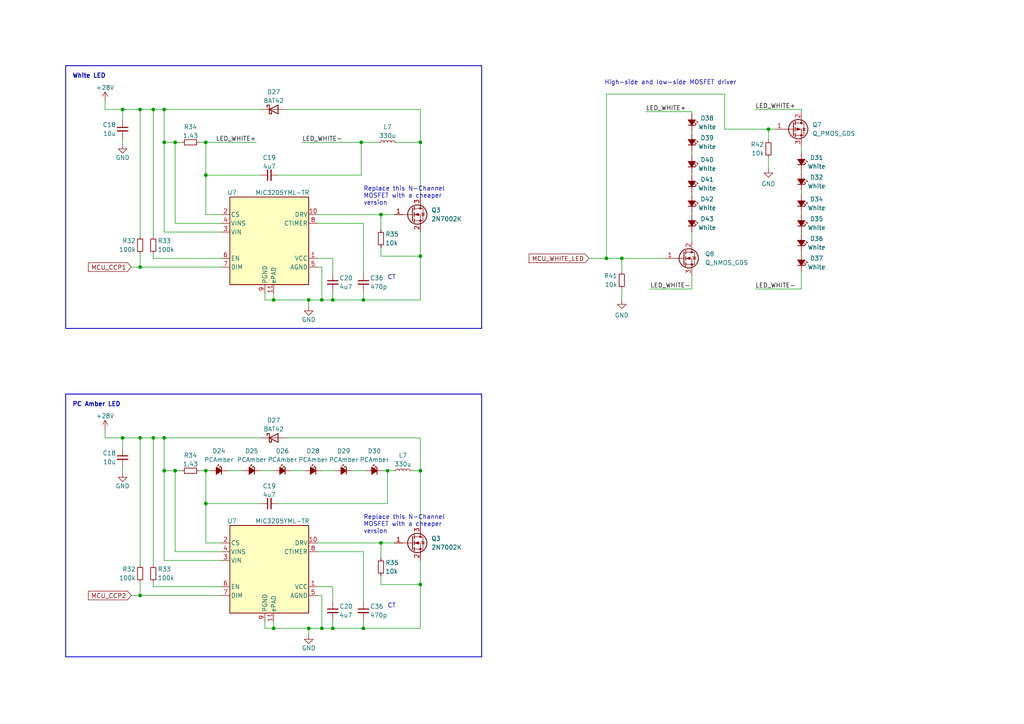
<source format=kicad_sch>
(kicad_sch (version 20230121) (generator eeschema)
  (paper "A4")
  (lib_symbols
    (symbol "Device:C_Small" (pin_numbers hide) (pin_names (offset 0.254) hide)
      (property "Reference" "C" (at 0.254 1.778 0))
      (property "Value" "C_Small" (at 0.254 -2.032 0))
      (symbol "C_Small_0_1"
        (polyline (pts (xy -1.524 -0.508) (xy 1.524 -0.508)) (stroke (width 0.3302)))
        (polyline (pts (xy -1.524 0.508) (xy 1.524 0.508)) (stroke (width 0.3048)))
      )
      (symbol "C_Small_1_1"
        (pin passive line (at 0 2.54 270) (length 2.032) (name "~") (number "1"))
        (pin passive line (at 0 -2.54 90) (length 2.032) (name "~") (number "2"))
      )
    )
    (symbol "Device:LED_Small_Filled" (pin_numbers hide) (pin_names (offset 0.254) hide)
      (property "Reference" "D" (at -1.27 3.175 0))
      (property "Value" "LED_Small_Filled" (at -4.445 -2.54 0))
      (symbol "LED_Small_Filled_0_1"
        (polyline (pts (xy -0.762 -1.016) (xy -0.762 1.016)) (stroke (width 0.254)))
        (polyline (pts (xy 1.016 0) (xy -0.762 0)))
        (polyline (pts (xy 0.762 -1.016) (xy -0.762 0) (xy 0.762 1.016) (xy 0.762 -1.016)) (stroke (width 0.254)) (fill (type outline)))
        (polyline (pts (xy 0 0.762) (xy -0.508 1.27) (xy -0.254 1.27) (xy -0.508 1.27) (xy -0.508 1.016)))
        (polyline (pts (xy 0.508 1.27) (xy 0 1.778) (xy 0.254 1.778) (xy 0 1.778) (xy 0 1.524)))
      )
      (symbol "LED_Small_Filled_1_1"
        (pin passive line (at -2.54 0 0) (length 1.778) (name "K") (number "1"))
        (pin passive line (at 2.54 0 180) (length 1.778) (name "A") (number "2"))
      )
    )
    (symbol "Device:L_Small" (pin_numbers hide) (pin_names (offset 0.254) hide)
      (property "Reference" "L" (at 0.762 1.016 0))
      (property "Value" "L_Small" (at 0.762 -1.016 0))
      (symbol "L_Small_0_1"
        (arc (start 0 -2.032) (mid 0.5058 -1.524) (end 0 -1.016))
        (arc (start 0 -1.016) (mid 0.5058 -0.508) (end 0 0))
        (arc (start 0 0) (mid 0.5058 0.508) (end 0 1.016))
        (arc (start 0 1.016) (mid 0.5058 1.524) (end 0 2.032))
      )
      (symbol "L_Small_1_1"
        (pin passive line (at 0 2.54 270) (length 0.508) (name "~") (number "1"))
        (pin passive line (at 0 -2.54 90) (length 0.508) (name "~") (number "2"))
      )
    )
    (symbol "Device:Q_NMOS_GDS" (pin_names (offset 0) hide)
      (property "Reference" "Q" (at 5.08 1.27 0))
      (property "Value" "Q_NMOS_GDS" (at 5.08 -1.27 0))
      (symbol "Q_NMOS_GDS_0_1"
        (polyline (pts (xy 0.254 0) (xy -2.54 0)))
        (polyline (pts (xy 0.254 1.905) (xy 0.254 -1.905)) (stroke (width 0.254)))
        (polyline (pts (xy 0.762 -1.27) (xy 0.762 -2.286)) (stroke (width 0.254)))
        (polyline (pts (xy 0.762 0.508) (xy 0.762 -0.508)) (stroke (width 0.254)))
        (polyline (pts (xy 0.762 2.286) (xy 0.762 1.27)) (stroke (width 0.254)))
        (polyline (pts (xy 2.54 2.54) (xy 2.54 1.778)))
        (polyline (pts (xy 2.54 -2.54) (xy 2.54 0) (xy 0.762 0)))
        (polyline (pts (xy 0.762 -1.778) (xy 3.302 -1.778) (xy 3.302 1.778) (xy 0.762 1.778)))
        (polyline (pts (xy 1.016 0) (xy 2.032 0.381) (xy 2.032 -0.381) (xy 1.016 0)) (fill (type outline)))
        (polyline (pts (xy 2.794 0.508) (xy 2.921 0.381) (xy 3.683 0.381) (xy 3.81 0.254)))
        (polyline (pts (xy 3.302 0.381) (xy 2.921 -0.254) (xy 3.683 -0.254) (xy 3.302 0.381)))
        (circle (center 1.651 0) (radius 2.794) (stroke (width 0.254)))
        (circle (center 2.54 -1.778) (radius 0.254) (fill (type outline)))
        (circle (center 2.54 1.778) (radius 0.254) (fill (type outline)))
      )
      (symbol "Q_NMOS_GDS_1_1"
        (pin input line (at -5.08 0 0) (length 2.54) (name "G") (number "1"))
        (pin passive line (at 2.54 5.08 270) (length 2.54) (name "D") (number "2"))
        (pin passive line (at 2.54 -5.08 90) (length 2.54) (name "S") (number "3"))
      )
    )
    (symbol "Device:Q_PMOS_GDS" (pin_names (offset 0) hide)
      (property "Reference" "Q" (at 5.08 1.27 0))
      (property "Value" "Q_PMOS_GDS" (at 5.08 -1.27 0))
      (symbol "Q_PMOS_GDS_0_1"
        (polyline (pts (xy 0.254 0) (xy -2.54 0)))
        (polyline (pts (xy 0.254 1.905) (xy 0.254 -1.905)) (stroke (width 0.254)))
        (polyline (pts (xy 0.762 -1.27) (xy 0.762 -2.286)) (stroke (width 0.254)))
        (polyline (pts (xy 0.762 0.508) (xy 0.762 -0.508)) (stroke (width 0.254)))
        (polyline (pts (xy 0.762 2.286) (xy 0.762 1.27)) (stroke (width 0.254)))
        (polyline (pts (xy 2.54 2.54) (xy 2.54 1.778)))
        (polyline (pts (xy 2.54 -2.54) (xy 2.54 0) (xy 0.762 0)))
        (polyline (pts (xy 0.762 1.778) (xy 3.302 1.778) (xy 3.302 -1.778) (xy 0.762 -1.778)))
        (polyline (pts (xy 2.286 0) (xy 1.27 0.381) (xy 1.27 -0.381) (xy 2.286 0)) (fill (type outline)))
        (polyline (pts (xy 2.794 -0.508) (xy 2.921 -0.381) (xy 3.683 -0.381) (xy 3.81 -0.254)))
        (polyline (pts (xy 3.302 -0.381) (xy 2.921 0.254) (xy 3.683 0.254) (xy 3.302 -0.381)))
        (circle (center 1.651 0) (radius 2.794) (stroke (width 0.254)))
        (circle (center 2.54 -1.778) (radius 0.254) (fill (type outline)))
        (circle (center 2.54 1.778) (radius 0.254) (fill (type outline)))
      )
      (symbol "Q_PMOS_GDS_1_1"
        (pin input line (at -5.08 0 0) (length 2.54) (name "G") (number "1"))
        (pin passive line (at 2.54 5.08 270) (length 2.54) (name "D") (number "2"))
        (pin passive line (at 2.54 -5.08 90) (length 2.54) (name "S") (number "3"))
      )
    )
    (symbol "Device:R_Small" (pin_numbers hide) (pin_names (offset 0.254) hide)
      (property "Reference" "R" (at 0.762 0.508 0))
      (property "Value" "R_Small" (at 0.762 -1.016 0))
      (symbol "R_Small_0_1"
        (rectangle (start -0.762 1.778) (end 0.762 -1.778) (stroke (width 0.2032)))
      )
      (symbol "R_Small_1_1"
        (pin passive line (at 0 2.54 270) (length 0.762) (name "~") (number "1"))
        (pin passive line (at 0 -2.54 90) (length 0.762) (name "~") (number "2"))
      )
    )
    (symbol "Diode:BAT42" (pin_numbers hide) (pin_names (offset 1.016) hide)
      (property "Reference" "D" (at 0 2.54 0))
      (property "Value" "BAT42" (at 0 -2.54 0))
      (symbol "BAT42_0_1"
        (polyline (pts (xy 1.27 0) (xy -1.27 0)))
        (polyline (pts (xy 1.27 1.27) (xy 1.27 -1.27) (xy -1.27 0) (xy 1.27 1.27)) (stroke (width 0.254)))
        (polyline (pts (xy -1.905 0.635) (xy -1.905 1.27) (xy -1.27 1.27) (xy -1.27 -1.27) (xy -0.635 -1.27) (xy -0.635 -0.635)) (stroke (width 0.254)))
      )
      (symbol "BAT42_1_1"
        (pin passive line (at -3.81 0 0) (length 2.54) (name "K") (number "1"))
        (pin passive line (at 3.81 0 180) (length 2.54) (name "A") (number "2"))
      )
    )
    (symbol "MIC3205YML-TR_1" (pin_names (offset 0.254))
      (property "Reference" "U" (at 0 16.51 0))
      (property "Value" "MIC3205YML-TR" (at 0 13.97 0))
      (symbol "MIC3205YML-TR_1_1_1"
        (rectangle (start -11.43 12.7) (end 11.43 -12.7) (stroke (width 0.254)) (fill (type background)))
        (pin power_in line (at 13.97 -5.08 180) (length 2.54) (name "VCC") (number "1"))
        (pin output line (at 13.97 7.62 180) (length 2.54) (name "DRV") (number "10"))
        (pin unspecified line (at 1.27 -15.24 90) (length 2.54) (name "ePAD") (number "11"))
        (pin input line (at -13.97 7.62 0) (length 2.54) (name "CS") (number "2"))
        (pin input line (at -13.97 2.54 0) (length 2.54) (name "VIN") (number "3"))
        (pin input line (at -13.97 5.08 0) (length 2.54) (name "VINS") (number "4"))
        (pin power_in line (at 13.97 -7.62 180) (length 2.54) (name "AGND") (number "5"))
        (pin input line (at -13.97 -5.08 0) (length 2.54) (name "EN") (number "6"))
        (pin input line (at -13.97 -7.62 0) (length 2.54) (name "DIM") (number "7"))
        (pin unspecified line (at 13.97 5.08 180) (length 2.54) (name "CTIMER") (number "8"))
        (pin power_in line (at -1.27 -15.24 90) (length 2.54) (name "PGND") (number "9"))
      )
    )
    (symbol "Transistor_FET:2N7002K" (pin_names hide)
      (property "Reference" "Q" (at 5.08 1.905 0))
      (property "Value" "2N7002K" (at 5.08 0 0))
      (symbol "2N7002K_0_1"
        (polyline (pts (xy 0.254 0) (xy -2.54 0)))
        (polyline (pts (xy 0.254 1.905) (xy 0.254 -1.905)) (stroke (width 0.254)))
        (polyline (pts (xy 0.762 -1.27) (xy 0.762 -2.286)) (stroke (width 0.254)))
        (polyline (pts (xy 0.762 0.508) (xy 0.762 -0.508)) (stroke (width 0.254)))
        (polyline (pts (xy 0.762 2.286) (xy 0.762 1.27)) (stroke (width 0.254)))
        (polyline (pts (xy 2.54 2.54) (xy 2.54 1.778)))
        (polyline (pts (xy 2.54 -2.54) (xy 2.54 0) (xy 0.762 0)))
        (polyline (pts (xy 0.762 -1.778) (xy 3.302 -1.778) (xy 3.302 1.778) (xy 0.762 1.778)))
        (polyline (pts (xy 1.016 0) (xy 2.032 0.381) (xy 2.032 -0.381) (xy 1.016 0)) (fill (type outline)))
        (polyline (pts (xy 2.794 0.508) (xy 2.921 0.381) (xy 3.683 0.381) (xy 3.81 0.254)))
        (polyline (pts (xy 3.302 0.381) (xy 2.921 -0.254) (xy 3.683 -0.254) (xy 3.302 0.381)))
        (circle (center 1.651 0) (radius 2.794) (stroke (width 0.254)))
        (circle (center 2.54 -1.778) (radius 0.254) (fill (type outline)))
        (circle (center 2.54 1.778) (radius 0.254) (fill (type outline)))
      )
      (symbol "2N7002K_1_1"
        (pin input line (at -5.08 0 0) (length 2.54) (name "G") (number "1"))
        (pin passive line (at 2.54 -5.08 90) (length 2.54) (name "S") (number "2"))
        (pin passive line (at 2.54 5.08 270) (length 2.54) (name "D") (number "3"))
      )
    )
    (symbol "power:+28V" (power) (pin_names (offset 0))
      (property "Value" "+28V" (at 0 3.81 0))
      (symbol "+28V_0_1"
        (polyline (pts (xy -0.762 1.27) (xy 0 2.54)))
        (polyline (pts (xy 0 0) (xy 0 2.54)))
        (polyline (pts (xy 0 2.54) (xy 0.762 1.27)))
      )
      (symbol "+28V_1_1"
        (pin power_in line (at 0 0 90) (length 0) hide (name "+28V") (number "1"))
      )
    )
    (symbol "power:GND" (power) (pin_names (offset 0))
      (property "Value" "GND" (at 0 -3.81 0))
      (symbol "GND_0_1"
        (polyline (pts (xy 0 0) (xy 0 -1.27) (xy 1.27 -1.27) (xy 0 -2.54) (xy -1.27 -1.27) (xy 0 -1.27)))
      )
      (symbol "GND_1_1"
        (pin power_in line (at 0 0 270) (length 0) hide (name "GND") (number "1"))
      )
    )
  )
  (junction (at 89.535 86.995))
  (junction (at 104.775 41.275))
  (junction (at 50.8 136.525))
  (junction (at 79.375 86.995))
  (junction (at 50.8 41.275))
  (junction (at 40.64 77.47))
  (junction (at 110.49 62.23))
  (junction (at 110.49 157.48))
  (junction (at 35.56 31.75))
  (junction (at 93.345 86.995))
  (junction (at 89.535 182.245))
  (junction (at 112.395 136.525))
  (junction (at 40.64 31.75))
  (junction (at 121.92 41.275))
  (junction (at 180.34 74.93))
  (junction (at 40.64 172.72))
  (junction (at 121.92 74.295))
  (junction (at 79.375 182.245))
  (junction (at 47.625 31.75))
  (junction (at 96.52 86.995))
  (junction (at 44.45 31.75))
  (junction (at 93.345 182.245))
  (junction (at 44.45 127))
  (junction (at 40.64 127))
  (junction (at 35.56 127))
  (junction (at 96.52 182.245))
  (junction (at 175.895 74.93))
  (junction (at 105.41 182.245))
  (junction (at 59.69 41.275))
  (junction (at 222.885 37.465))
  (junction (at 59.69 136.525))
  (junction (at 47.625 136.525))
  (junction (at 47.625 41.275))
  (junction (at 47.625 127))
  (junction (at 59.69 146.05))
  (junction (at 105.41 86.995))
  (junction (at 59.69 50.8))
  (junction (at 121.92 136.525))
  (junction (at 121.92 169.545))
  (wire (pts (xy 222.885 37.465) (xy 222.885 40.64)))
  (wire (pts (xy 232.41 62.23) (xy 232.41 61.595)))
  (wire (pts (xy 59.69 41.275) (xy 74.295 41.275)))
  (wire (pts (xy 121.92 86.995) (xy 105.41 86.995)))
  (wire (pts (xy 121.92 67.31) (xy 121.92 74.295)))
  (wire (pts (xy 50.8 64.77) (xy 64.135 64.77)))
  (wire (pts (xy 35.56 127) (xy 35.56 130.175)))
  (wire (pts (xy 187.325 32.385) (xy 200.66 32.385)))
  (wire (pts (xy 121.92 169.545) (xy 121.92 182.245)))
  (wire (pts (xy 83.185 31.75) (xy 121.92 31.75)))
  (wire (pts (xy 102.235 136.525) (xy 106.045 136.525)))
  (wire (pts (xy 89.535 86.995) (xy 93.345 86.995)))
  (wire (pts (xy 47.625 127) (xy 75.565 127)))
  (wire (pts (xy 40.64 31.75) (xy 44.45 31.75)))
  (wire (pts (xy 50.8 41.275) (xy 50.8 64.77)))
  (wire (pts (xy 93.345 182.245) (xy 96.52 182.245)))
  (wire (pts (xy 47.625 41.275) (xy 47.625 67.31)))
  (wire (pts (xy 200.66 67.31) (xy 200.66 69.85)))
  (wire (pts (xy 80.645 50.8) (xy 104.775 50.8)))
  (wire (pts (xy 59.69 41.275) (xy 59.69 50.8)))
  (wire (pts (xy 76.835 86.995) (xy 79.375 86.995)))
  (wire (pts (xy 38.1 172.72) (xy 40.64 172.72)))
  (wire (pts (xy 50.8 160.02) (xy 64.135 160.02)))
  (wire (pts (xy 200.66 83.82) (xy 188.595 83.82)))
  (wire (pts (xy 40.64 127) (xy 40.64 163.83)))
  (wire (pts (xy 200.66 62.23) (xy 200.66 61.595)))
  (wire (pts (xy 50.8 136.525) (xy 52.705 136.525)))
  (wire (pts (xy 112.395 136.525) (xy 114.3 136.525)))
  (wire (pts (xy 232.41 42.545) (xy 232.41 44.45)))
  (wire (pts (xy 219.075 31.75) (xy 232.41 31.75)))
  (wire (pts (xy 44.45 74.93) (xy 64.135 74.93)))
  (wire (pts (xy 110.49 169.545) (xy 121.92 169.545)))
  (wire (pts (xy 93.345 172.72) (xy 93.345 182.245)))
  (wire (pts (xy 40.64 172.72) (xy 64.135 172.72)))
  (wire (pts (xy 112.395 146.05) (xy 112.395 136.525)))
  (wire (pts (xy 104.775 41.275) (xy 109.855 41.275)))
  (wire (pts (xy 79.375 85.09) (xy 79.375 86.995)))
  (wire (pts (xy 110.49 169.545) (xy 110.49 167.005)))
  (wire (pts (xy 93.345 77.47) (xy 93.345 86.995)))
  (wire (pts (xy 59.69 146.05) (xy 75.565 146.05)))
  (wire (pts (xy 121.92 152.4) (xy 121.92 136.525)))
  (wire (pts (xy 92.075 170.18) (xy 96.52 170.18)))
  (wire (pts (xy 96.52 182.245) (xy 105.41 182.245)))
  (wire (pts (xy 121.92 31.75) (xy 121.92 41.275)))
  (wire (pts (xy 210.185 37.465) (xy 222.885 37.465)))
  (wire (pts (xy 44.45 127) (xy 44.45 163.83)))
  (wire (pts (xy 89.535 182.245) (xy 93.345 182.245)))
  (wire (pts (xy 105.41 86.995) (xy 105.41 84.455)))
  (wire (pts (xy 92.075 157.48) (xy 110.49 157.48)))
  (wire (pts (xy 44.45 31.75) (xy 47.625 31.75)))
  (wire (pts (xy 93.345 86.995) (xy 96.52 86.995)))
  (wire (pts (xy 70.485 136.525) (xy 66.04 136.525)))
  (wire (pts (xy 30.48 127) (xy 35.56 127)))
  (wire (pts (xy 40.64 127) (xy 44.45 127)))
  (wire (pts (xy 111.125 136.525) (xy 112.395 136.525)))
  (wire (pts (xy 59.69 157.48) (xy 64.135 157.48)))
  (wire (pts (xy 59.69 50.8) (xy 59.69 62.23)))
  (wire (pts (xy 89.535 86.995) (xy 89.535 88.9)))
  (wire (pts (xy 105.41 182.245) (xy 105.41 179.705)))
  (wire (pts (xy 44.45 170.18) (xy 64.135 170.18)))
  (wire (pts (xy 96.52 84.455) (xy 96.52 86.995)))
  (wire (pts (xy 200.66 32.385) (xy 200.66 33.02)))
  (wire (pts (xy 110.49 74.295) (xy 121.92 74.295)))
  (wire (pts (xy 47.625 136.525) (xy 47.625 162.56)))
  (wire (pts (xy 114.935 41.275) (xy 121.92 41.275)))
  (wire (pts (xy 50.8 41.275) (xy 52.705 41.275)))
  (wire (pts (xy 44.45 31.75) (xy 44.45 68.58)))
  (wire (pts (xy 200.66 38.735) (xy 200.66 38.1)))
  (wire (pts (xy 219.075 83.82) (xy 232.41 83.82)))
  (wire (pts (xy 59.69 146.05) (xy 59.69 157.48)))
  (wire (pts (xy 200.66 50.8) (xy 200.66 50.165)))
  (wire (pts (xy 92.075 172.72) (xy 93.345 172.72)))
  (wire (pts (xy 64.135 162.56) (xy 47.625 162.56)))
  (wire (pts (xy 47.625 136.525) (xy 50.8 136.525)))
  (wire (pts (xy 50.8 136.525) (xy 50.8 160.02)))
  (wire (pts (xy 40.64 168.91) (xy 40.64 172.72)))
  (wire (pts (xy 79.375 182.245) (xy 89.535 182.245)))
  (wire (pts (xy 92.075 160.02) (xy 105.41 160.02)))
  (wire (pts (xy 40.64 73.66) (xy 40.64 77.47)))
  (wire (pts (xy 121.92 162.56) (xy 121.92 169.545)))
  (wire (pts (xy 47.625 127) (xy 47.625 136.525)))
  (wire (pts (xy 57.785 136.525) (xy 59.69 136.525)))
  (wire (pts (xy 83.185 127) (xy 121.92 127)))
  (wire (pts (xy 79.375 180.34) (xy 79.375 182.245)))
  (wire (pts (xy 44.45 170.18) (xy 44.45 168.91)))
  (wire (pts (xy 110.49 157.48) (xy 114.3 157.48)))
  (wire (pts (xy 200.66 80.01) (xy 200.66 83.82)))
  (wire (pts (xy 200.66 56.515) (xy 200.66 55.88)))
  (wire (pts (xy 35.56 31.75) (xy 40.64 31.75)))
  (wire (pts (xy 175.895 27.305) (xy 175.895 74.93)))
  (wire (pts (xy 47.625 41.275) (xy 50.8 41.275)))
  (wire (pts (xy 89.535 182.245) (xy 89.535 184.15)))
  (wire (pts (xy 40.64 77.47) (xy 64.135 77.47)))
  (wire (pts (xy 79.375 86.995) (xy 89.535 86.995)))
  (wire (pts (xy 44.45 74.93) (xy 44.45 73.66)))
  (wire (pts (xy 121.92 127) (xy 121.92 136.525)))
  (wire (pts (xy 180.34 83.82) (xy 180.34 86.995)))
  (wire (pts (xy 64.135 67.31) (xy 47.625 67.31)))
  (wire (pts (xy 47.625 31.75) (xy 75.565 31.75)))
  (wire (pts (xy 121.92 74.295) (xy 121.92 86.995)))
  (wire (pts (xy 170.815 74.93) (xy 175.895 74.93)))
  (wire (pts (xy 110.49 161.925) (xy 110.49 157.48)))
  (wire (pts (xy 175.895 27.305) (xy 210.185 27.305)))
  (wire (pts (xy 59.69 136.525) (xy 60.96 136.525)))
  (wire (pts (xy 121.92 182.245) (xy 105.41 182.245)))
  (wire (pts (xy 59.69 50.8) (xy 75.565 50.8)))
  (wire (pts (xy 76.835 180.34) (xy 76.835 182.245)))
  (wire (pts (xy 104.775 50.8) (xy 104.775 41.275)))
  (wire (pts (xy 232.41 31.75) (xy 232.41 32.385)))
  (wire (pts (xy 44.45 127) (xy 47.625 127)))
  (wire (pts (xy 180.34 74.93) (xy 193.04 74.93)))
  (wire (pts (xy 232.41 50.165) (xy 232.41 49.53)))
  (wire (pts (xy 76.835 85.09) (xy 76.835 86.995)))
  (wire (pts (xy 47.625 31.75) (xy 47.625 41.275)))
  (wire (pts (xy 96.52 79.375) (xy 96.52 74.93)))
  (wire (pts (xy 119.38 136.525) (xy 121.92 136.525)))
  (wire (pts (xy 110.49 74.295) (xy 110.49 71.755)))
  (wire (pts (xy 59.69 136.525) (xy 59.69 146.05)))
  (wire (pts (xy 96.52 86.995) (xy 105.41 86.995)))
  (wire (pts (xy 35.56 31.75) (xy 35.56 34.925)))
  (wire (pts (xy 232.41 83.82) (xy 232.41 78.74)))
  (wire (pts (xy 92.075 74.93) (xy 96.52 74.93)))
  (wire (pts (xy 180.34 74.93) (xy 180.34 78.74)))
  (wire (pts (xy 105.41 160.02) (xy 105.41 174.625)))
  (wire (pts (xy 232.41 67.945) (xy 232.41 67.31)))
  (wire (pts (xy 97.155 136.525) (xy 93.345 136.525)))
  (wire (pts (xy 88.265 136.525) (xy 84.455 136.525)))
  (wire (pts (xy 232.41 73.66) (xy 232.41 73.025)))
  (wire (pts (xy 76.835 182.245) (xy 79.375 182.245)))
  (wire (pts (xy 38.1 77.47) (xy 40.64 77.47)))
  (wire (pts (xy 224.79 37.465) (xy 222.885 37.465)))
  (wire (pts (xy 96.52 174.625) (xy 96.52 170.18)))
  (wire (pts (xy 92.075 62.23) (xy 110.49 62.23)))
  (wire (pts (xy 175.895 74.93) (xy 180.34 74.93)))
  (wire (pts (xy 30.48 124.46) (xy 30.48 127)))
  (wire (pts (xy 222.885 45.72) (xy 222.885 48.895)))
  (wire (pts (xy 96.52 179.705) (xy 96.52 182.245)))
  (wire (pts (xy 110.49 62.23) (xy 114.3 62.23)))
  (wire (pts (xy 200.66 45.085) (xy 200.66 43.815)))
  (wire (pts (xy 80.645 146.05) (xy 112.395 146.05)))
  (wire (pts (xy 87.63 41.275) (xy 104.775 41.275)))
  (wire (pts (xy 35.56 40.005) (xy 35.56 41.91)))
  (wire (pts (xy 59.69 62.23) (xy 64.135 62.23)))
  (wire (pts (xy 35.56 127) (xy 40.64 127)))
  (wire (pts (xy 30.48 31.75) (xy 35.56 31.75)))
  (wire (pts (xy 35.56 135.255) (xy 35.56 137.16)))
  (wire (pts (xy 57.785 41.275) (xy 59.69 41.275)))
  (wire (pts (xy 110.49 66.675) (xy 110.49 62.23)))
  (wire (pts (xy 92.075 77.47) (xy 93.345 77.47)))
  (wire (pts (xy 92.075 64.77) (xy 105.41 64.77)))
  (wire (pts (xy 121.92 57.15) (xy 121.92 41.275)))
  (wire (pts (xy 75.565 136.525) (xy 79.375 136.525)))
  (wire (pts (xy 40.64 31.75) (xy 40.64 68.58)))
  (wire (pts (xy 210.185 27.305) (xy 210.185 37.465)))
  (wire (pts (xy 105.41 64.77) (xy 105.41 79.375)))
  (wire (pts (xy 30.48 29.21) (xy 30.48 31.75)))
  (wire (pts (xy 232.41 56.515) (xy 232.41 55.245)))
  (rectangle (start 19.05 114.3) (end 139.7 190.5) (stroke (width 0.254)))
  (rectangle (start 19.05 19.05) (end 139.7 95.25) (stroke (width 0.254)))
  (text "High-side and low-side MOSFET driver" (at 175.26 24.765 0) (effects (font (size 1.27 1.27)) (justify left bottom)))
  (text "PC Amber LED" (at 20.955 118.11 0) (effects (font (size 1.27 1.27) (thickness 0.254) bold) (justify left bottom)))
  (text "White LED" (at 20.955 22.86 0) (effects (font (size 1.27 1.27) (thickness 0.254) bold) (justify left bottom)))
  (text "Replace this N-Channel\nMOSFET with a cheaper\nversion" (at 105.41 154.94 0) (effects (font (size 1.27 1.27)) (justify left bottom)))
  (text "CT" (at 112.395 81.28 0) (effects (font (size 1.27 1.27)) (justify left bottom)))
  (text "CT" (at 112.395 176.53 0) (effects (font (size 1.27 1.27)) (justify left bottom)))
  (text "Replace this N-Channel\nMOSFET with a cheaper\nversion" (at 105.41 59.69 0) (effects (font (size 1.27 1.27)) (justify left bottom)))
  (label "LED_WHITE+" (at 187.325 32.385 0))
  (label "LED_WHITE-" (at 219.075 83.82 0))
  (label "LED_WHITE+" (at 74.295 41.275 180))
  (label "LED_WHITE-" (at 188.595 83.82 0))
  (label "LED_WHITE+" (at 219.075 31.75 0))
  (label "LED_WHITE-" (at 87.63 41.275 0))
  (global_label "MCU_WHITE_LED" (shape input) (at 170.815 74.93 180) (property "Intersheetrefs" "${INTERSHEET_REFS}" (effects hide)))
  (global_label "MCU_CCP2" (shape input) (at 38.1 172.72 180) (property "Intersheetrefs" "${INTERSHEET_REFS}" (effects hide)))
  (global_label "MCU_CCP1" (shape input) (at 38.1 77.47 180) (property "Intersheetrefs" "${INTERSHEET_REFS}" (effects hide)))
  (symbol (lib_id "Device:L_Small") (at 112.395 41.275 90) (unit 1)
    (property "Reference" "L7" (at 112.395 36.83 90))
    (property "Value" "330u" (at 112.395 39.37 90))
    (instances (project "LED-driver-kicad" (path "" (reference "L7") (unit 1)) (path "" (reference "L8") (unit 1))))
  )
  (symbol (lib_id "Device:Q_PMOS_GDS") (at 229.87 37.465 0) (unit 1)
    (property "Reference" "Q7" (at 235.585 36.195 0) (effects (justify left)))
    (property "Value" "Q_PMOS_GDS" (at 235.585 38.735 0) (effects (justify left)))
  )
  (symbol (lib_name "MIC3205YML-TR_1") (lib_id "Driver_LED_Microchip_MIC3205YML-TR:MIC3205YML-TR") (at 78.105 165.1 0) (unit 1)
    (property "Reference" "U7" (at 67.31 151.13 0))
    (property "Value" "MIC3205YML-TR" (at 81.915 151.13 0))
    (property "Footprint" "Mahabeer-Package_DFN_QFN:MLF-10_ML_MCH-Driver_LED_Microchip_MIC3205YML-TR" (effects hide))
    (property "Datasheet" "https://ww1.microchip.com/downloads/en/DeviceDoc/MIC3205.pdf" (effects hide))
    (instances (project "LED-driver-kicad" (path "" (reference "U7") (unit 1)) (path "" (reference "U12") (unit 1))))
  )
  (symbol (lib_id "Transistor_FET:2N7002K") (at 119.38 157.48 0) (unit 1)
    (property "Reference" "Q3" (at 125.095 156.21 0) (effects (justify left)))
    (property "Value" "2N7002K" (at 125.095 158.75 0) (effects (justify left)))
    (property "Footprint" "Package_TO_SOT_SMD:SOT-23" (effects hide))
    (property "Datasheet" "https://www.diodes.com/assets/Datasheets/ds30896.pdf" (effects hide))
    (instances (project "LED-driver-kicad" (path "" (reference "Q3") (unit 1)) (path "" (reference "Q6") (unit 1))))
  )
  (symbol (lib_id "Device:R_Small") (at 222.885 43.18 0) (mirror x) (unit 1)
    (property "Reference" "R42" (at 221.615 41.91 0) (effects (justify right)))
    (property "Value" "10k" (at 221.615 44.45 0) (effects (justify right)))
  )
  (symbol (lib_id "Device:LED_Small_Filled") (at 90.805 136.525 0) (mirror y) (unit 1)
    (property "Reference" "D28" (at 90.805 130.81 0))
    (property "Value" "PCAmber" (at 90.805 133.35 0))
    (instances (project "LED-driver-kicad" (path "" (reference "D28") (unit 1)) (path "" (reference "D49") (unit 1))))
  )
  (symbol (lib_id "Device:LED_Small_Filled") (at 200.66 64.77 270) (mirror x) (unit 1)
    (property "Reference" "D43" (at 205.105 63.5 90))
    (property "Value" "White" (at 205.105 66.04 90))
  )
  (symbol (lib_id "Device:LED_Small_Filled") (at 200.66 41.275 270) (mirror x) (unit 1)
    (property "Reference" "D39" (at 205.105 40.005 90))
    (property "Value" "White" (at 205.105 42.545 90))
  )
  (symbol (lib_id "Diode:BAT42") (at 79.375 127 0) (unit 1)
    (property "Reference" "D27" (at 79.375 121.92 0))
    (property "Value" "BAT42" (at 79.375 124.46 0))
    (property "Footprint" "Diode_THT:D_DO-35_SOD27_P7.62mm_Horizontal" (effects hide))
    (property "Datasheet" "http://www.vishay.com/docs/85660/bat42.pdf" (effects hide))
    (instances (project "LED-driver-kicad" (path "" (reference "D27") (unit 1)) (path "" (reference "D48") (unit 1))))
  )
  (symbol (lib_id "power:GND") (at 35.56 137.16 0) (unit 1)
    (property "Reference" "#PWR051" (effects hide))
    (property "Value" "GND" (at 35.56 140.97 0))
    (instances (project "LED-driver-kicad" (path "" (reference "#PWR051") (unit 1)) (path "" (reference "#PWR060") (unit 1))))
  )
  (symbol (lib_id "Device:LED_Small_Filled") (at 232.41 59.055 270) (mirror x) (unit 1)
    (property "Reference" "D34" (at 236.855 57.785 90))
    (property "Value" "White" (at 236.855 60.325 90))
  )
  (symbol (lib_id "Device:C_Small") (at 96.52 81.915 0) (unit 1)
    (property "Reference" "C20" (at 98.425 80.645 0) (effects (justify left)))
    (property "Value" "4u7" (at 98.425 83.185 0) (effects (justify left)))
    (instances (project "LED-driver-kicad" (path "" (reference "C20") (unit 1)) (path "" (reference "C39") (unit 1))))
  )
  (symbol (lib_id "Device:LED_Small_Filled") (at 232.41 64.77 270) (mirror x) (unit 1)
    (property "Reference" "D35" (at 236.855 63.5 90))
    (property "Value" "White" (at 236.855 66.04 90))
  )
  (symbol (lib_id "Device:R_Small") (at 55.245 136.525 90) (unit 1)
    (property "Reference" "R34" (at 55.245 132.08 90))
    (property "Value" "1.43" (at 55.245 134.62 90))
    (instances (project "LED-driver-kicad" (path "" (reference "R34") (unit 1)) (path "" (reference "R46") (unit 1))))
  )
  (symbol (lib_id "Device:R_Small") (at 44.45 71.12 0) (mirror y) (unit 1)
    (property "Reference" "R33" (at 45.72 69.85 0) (effects (justify right)))
    (property "Value" "100k" (at 45.72 72.39 0) (effects (justify right)))
    (instances (project "LED-driver-kicad" (path "" (reference "R33") (unit 1)) (path "" (reference "R37") (unit 1))))
  )
  (symbol (lib_id "Device:LED_Small_Filled") (at 99.695 136.525 0) (mirror y) (unit 1)
    (property "Reference" "D29" (at 99.695 130.81 0))
    (property "Value" "PCAmber" (at 99.695 133.35 0))
    (instances (project "LED-driver-kicad" (path "" (reference "D29") (unit 1)) (path "" (reference "D50") (unit 1))))
  )
  (symbol (lib_id "Device:R_Small") (at 44.45 166.37 0) (mirror y) (unit 1)
    (property "Reference" "R33" (at 45.72 165.1 0) (effects (justify right)))
    (property "Value" "100k" (at 45.72 167.64 0) (effects (justify right)))
    (instances (project "LED-driver-kicad" (path "" (reference "R33") (unit 1)) (path "" (reference "R45") (unit 1))))
  )
  (symbol (lib_id "Device:C_Small") (at 105.41 81.915 0) (unit 1)
    (property "Reference" "C36" (at 107.315 80.645 0) (effects (justify left)))
    (property "Value" "470p" (at 107.315 83.185 0) (effects (justify left)))
    (instances (project "LED-driver-kicad" (path "" (reference "C36") (unit 1)) (path "" (reference "C40") (unit 1))))
  )
  (symbol (lib_id "Device:R_Small") (at 40.64 166.37 0) (unit 1)
    (property "Reference" "R32" (at 39.37 165.1 0) (effects (justify right)))
    (property "Value" "100k" (at 39.37 167.64 0) (effects (justify right)))
    (instances (project "LED-driver-kicad" (path "" (reference "R32") (unit 1)) (path "" (reference "R44") (unit 1))))
  )
  (symbol (lib_id "Device:C_Small") (at 78.105 146.05 90) (unit 1)
    (property "Reference" "C19" (at 78.105 140.97 90))
    (property "Value" "4u7" (at 78.105 143.51 90))
    (instances (project "LED-driver-kicad" (path "" (reference "C19") (unit 1)) (path "" (reference "C46") (unit 1))))
  )
  (symbol (lib_id "Device:R_Small") (at 55.245 41.275 90) (unit 1)
    (property "Reference" "R34" (at 55.245 36.83 90))
    (property "Value" "1.43" (at 55.245 39.37 90))
    (instances (project "LED-driver-kicad" (path "" (reference "R34") (unit 1)) (path "" (reference "R38") (unit 1))))
  )
  (symbol (lib_id "Device:LED_Small_Filled") (at 108.585 136.525 0) (mirror y) (unit 1)
    (property "Reference" "D30" (at 108.585 130.81 0))
    (property "Value" "PCAmber" (at 108.585 133.35 0))
    (instances (project "LED-driver-kicad" (path "" (reference "D30") (unit 1)) (path "" (reference "D51") (unit 1))))
  )
  (symbol (lib_id "Device:LED_Small_Filled") (at 232.41 70.485 270) (mirror x) (unit 1)
    (property "Reference" "D36" (at 236.855 69.215 90))
    (property "Value" "White" (at 236.855 71.755 90))
  )
  (symbol (lib_id "power:GND") (at 180.34 86.995 0) (unit 1)
    (property "Reference" "#PWR056" (effects hide))
    (property "Value" "GND" (at 180.34 91.44 0))
  )
  (symbol (lib_id "Device:LED_Small_Filled") (at 200.66 59.055 270) (mirror x) (unit 1)
    (property "Reference" "D42" (at 205.105 57.785 90))
    (property "Value" "White" (at 205.105 60.325 90))
  )
  (symbol (lib_id "Device:C_Small") (at 35.56 132.715 0) (mirror y) (unit 1)
    (property "Reference" "C18" (at 33.655 131.445 0) (effects (justify left)))
    (property "Value" "10u" (at 33.655 133.985 0) (effects (justify left)))
    (instances (project "LED-driver-kicad" (path "" (reference "C18") (unit 1)) (path "" (reference "C45") (unit 1))))
  )
  (symbol (lib_id "Device:R_Small") (at 180.34 81.28 0) (mirror x) (unit 1)
    (property "Reference" "R41" (at 179.07 80.01 0) (effects (justify right)))
    (property "Value" "10k" (at 179.07 82.55 0) (effects (justify right)))
  )
  (symbol (lib_id "Device:Q_NMOS_GDS") (at 198.12 74.93 0) (unit 1)
    (property "Reference" "Q8" (at 204.47 73.66 0) (effects (justify left)))
    (property "Value" "Q_NMOS_GDS" (at 204.47 76.2 0) (effects (justify left)))
  )
  (symbol (lib_id "Transistor_FET:2N7002K") (at 119.38 62.23 0) (unit 1)
    (property "Reference" "Q3" (at 125.095 60.96 0) (effects (justify left)))
    (property "Value" "2N7002K" (at 125.095 63.5 0) (effects (justify left)))
    (property "Footprint" "Package_TO_SOT_SMD:SOT-23" (effects hide))
    (property "Datasheet" "https://www.diodes.com/assets/Datasheets/ds30896.pdf" (effects hide))
    (instances (project "LED-driver-kicad" (path "" (reference "Q3") (unit 1)) (path "" (reference "Q4") (unit 1))))
  )
  (symbol (lib_name "MIC3205YML-TR_1") (lib_id "Driver_LED_Microchip_MIC3205YML-TR:MIC3205YML-TR") (at 78.105 69.85 0) (unit 1)
    (property "Reference" "U7" (at 67.31 55.88 0))
    (property "Value" "MIC3205YML-TR" (at 81.915 55.88 0))
    (property "Footprint" "Mahabeer-Package_DFN_QFN:MLF-10_ML_MCH-Driver_LED_Microchip_MIC3205YML-TR" (effects hide))
    (property "Datasheet" "https://ww1.microchip.com/downloads/en/DeviceDoc/MIC3205.pdf" (effects hide))
    (instances (project "LED-driver-kicad" (path "" (reference "U7") (unit 1)) (path "" (reference "U10") (unit 1))))
  )
  (symbol (lib_id "power:+28V") (at 30.48 124.46 0) (unit 1)
    (property "Reference" "#PWR050" (effects hide))
    (property "Value" "+28V" (at 30.48 120.65 0))
    (instances (project "LED-driver-kicad" (path "" (reference "#PWR050") (unit 1)) (path "" (reference "#PWR059") (unit 1))))
  )
  (symbol (lib_id "power:GND") (at 89.535 184.15 0) (unit 1)
    (property "Reference" "#PWR052" (effects hide))
    (property "Value" "GND" (at 89.535 187.96 0))
    (instances (project "LED-driver-kicad" (path "" (reference "#PWR052") (unit 1)) (path "" (reference "#PWR061") (unit 1))))
  )
  (symbol (lib_id "Device:LED_Small_Filled") (at 200.66 35.56 270) (mirror x) (unit 1)
    (property "Reference" "D38" (at 205.105 34.29 90))
    (property "Value" "White" (at 205.105 36.83 90))
  )
  (symbol (lib_id "power:+28V") (at 30.48 29.21 0) (unit 1)
    (property "Reference" "#PWR050" (effects hide))
    (property "Value" "+28V" (at 30.48 25.4 0))
    (instances (project "LED-driver-kicad" (path "" (reference "#PWR050") (unit 1)) (path "" (reference "#PWR053") (unit 1))))
  )
  (symbol (lib_id "Device:LED_Small_Filled") (at 200.66 53.34 270) (mirror x) (unit 1)
    (property "Reference" "D41" (at 205.105 52.07 90))
    (property "Value" "White" (at 205.105 54.61 90))
  )
  (symbol (lib_id "Device:C_Small") (at 78.105 50.8 90) (unit 1)
    (property "Reference" "C19" (at 78.105 45.72 90))
    (property "Value" "4u7" (at 78.105 48.26 90))
    (instances (project "LED-driver-kicad" (path "" (reference "C19") (unit 1)) (path "" (reference "C38") (unit 1))))
  )
  (symbol (lib_id "Device:C_Small") (at 105.41 177.165 0) (unit 1)
    (property "Reference" "C36" (at 107.315 175.895 0) (effects (justify left)))
    (property "Value" "470p" (at 107.315 178.435 0) (effects (justify left)))
    (instances (project "LED-driver-kicad" (path "" (reference "C36") (unit 1)) (path "" (reference "C48") (unit 1))))
  )
  (symbol (lib_id "power:GND") (at 35.56 41.91 0) (unit 1)
    (property "Reference" "#PWR051" (effects hide))
    (property "Value" "GND" (at 35.56 45.72 0))
    (instances (project "LED-driver-kicad" (path "" (reference "#PWR051") (unit 1)) (path "" (reference "#PWR054") (unit 1))))
  )
  (symbol (lib_id "Device:L_Small") (at 116.84 136.525 90) (unit 1)
    (property "Reference" "L7" (at 116.84 132.08 90))
    (property "Value" "330u" (at 116.84 134.62 90))
    (instances (project "LED-driver-kicad" (path "" (reference "L7") (unit 1)) (path "" (reference "L10") (unit 1))))
  )
  (symbol (lib_id "Diode:BAT42") (at 79.375 31.75 0) (unit 1)
    (property "Reference" "D27" (at 79.375 26.67 0))
    (property "Value" "BAT42" (at 79.375 29.21 0))
    (property "Footprint" "Diode_THT:D_DO-35_SOD27_P7.62mm_Horizontal" (effects hide))
    (property "Datasheet" "http://www.vishay.com/docs/85660/bat42.pdf" (effects hide))
    (instances (project "LED-driver-kicad" (path "" (reference "D27") (unit 1)) (path "" (reference "D33") (unit 1))))
  )
  (symbol (lib_id "power:GND") (at 89.535 88.9 0) (unit 1)
    (property "Reference" "#PWR052" (effects hide))
    (property "Value" "GND" (at 89.535 92.71 0))
    (instances (project "LED-driver-kicad" (path "" (reference "#PWR052") (unit 1)) (path "" (reference "#PWR055") (unit 1))))
  )
  (symbol (lib_id "Device:LED_Small_Filled") (at 232.41 76.2 270) (mirror x) (unit 1)
    (property "Reference" "D37" (at 236.855 74.93 90))
    (property "Value" "White" (at 236.855 77.47 90))
  )
  (symbol (lib_id "Device:LED_Small_Filled") (at 63.5 136.525 0) (mirror y) (unit 1)
    (property "Reference" "D24" (at 63.5 130.81 0))
    (property "Value" "PCAmber" (at 63.5 133.35 0))
    (instances (project "LED-driver-kicad" (path "" (reference "D24") (unit 1)) (path "" (reference "D45") (unit 1))))
  )
  (symbol (lib_id "Device:LED_Small_Filled") (at 232.41 52.705 270) (mirror x) (unit 1)
    (property "Reference" "D32" (at 236.855 51.435 90))
    (property "Value" "White" (at 236.855 53.975 90))
  )
  (symbol (lib_id "Device:R_Small") (at 110.49 69.215 0) (unit 1)
    (property "Reference" "R35" (at 111.76 67.945 0) (effects (justify left)))
    (property "Value" "10k" (at 111.76 70.485 0) (effects (justify left)))
    (instances (project "LED-driver-kicad" (path "" (reference "R35") (unit 1)) (path "" (reference "R39") (unit 1))))
  )
  (symbol (lib_id "Device:C_Small") (at 35.56 37.465 0) (mirror y) (unit 1)
    (property "Reference" "C18" (at 33.655 36.195 0) (effects (justify left)))
    (property "Value" "10u" (at 33.655 38.735 0) (effects (justify left)))
    (instances (project "LED-driver-kicad" (path "" (reference "C18") (unit 1)) (path "" (reference "C37") (unit 1))))
  )
  (symbol (lib_id "power:GND") (at 222.885 48.895 0) (unit 1)
    (property "Reference" "#PWR058" (effects hide))
    (property "Value" "GND" (at 222.885 53.34 0))
  )
  (symbol (lib_id "Device:R_Small") (at 110.49 164.465 0) (unit 1)
    (property "Reference" "R35" (at 111.76 163.195 0) (effects (justify left)))
    (property "Value" "10k" (at 111.76 165.735 0) (effects (justify left)))
    (instances (project "LED-driver-kicad" (path "" (reference "R35") (unit 1)) (path "" (reference "R47") (unit 1))))
  )
  (symbol (lib_id "Device:LED_Small_Filled") (at 81.915 136.525 0) (mirror y) (unit 1)
    (property "Reference" "D26" (at 81.915 130.81 0))
    (property "Value" "PCAmber" (at 81.915 133.35 0))
    (instances (project "LED-driver-kicad" (path "" (reference "D26") (unit 1)) (path "" (reference "D47") (unit 1))))
  )
  (symbol (lib_id "Device:LED_Small_Filled") (at 73.025 136.525 0) (mirror y) (unit 1)
    (property "Reference" "D25" (at 73.025 130.81 0))
    (property "Value" "PCAmber" (at 73.025 133.35 0))
    (instances (project "LED-driver-kicad" (path "" (reference "D25") (unit 1)) (path "" (reference "D46") (unit 1))))
  )
  (symbol (lib_id "Device:R_Small") (at 40.64 71.12 0) (unit 1)
    (property "Reference" "R32" (at 39.37 69.85 0) (effects (justify right)))
    (property "Value" "100k" (at 39.37 72.39 0) (effects (justify right)))
    (instances (project "LED-driver-kicad" (path "" (reference "R32") (unit 1)) (path "" (reference "R36") (unit 1))))
  )
  (symbol (lib_id "Device:LED_Small_Filled") (at 200.66 47.625 270) (mirror x) (unit 1)
    (property "Reference" "D40" (at 205.105 46.355 90))
    (property "Value" "White" (at 205.105 48.895 90))
  )
  (symbol (lib_id "Device:C_Small") (at 96.52 177.165 0) (unit 1)
    (property "Reference" "C20" (at 98.425 175.895 0) (effects (justify left)))
    (property "Value" "4u7" (at 98.425 178.435 0) (effects (justify left)))
    (instances (project "LED-driver-kicad" (path "" (reference "C20") (unit 1)) (path "" (reference "C47") (unit 1))))
  )
  (symbol (lib_id "Device:LED_Small_Filled") (at 232.41 46.99 270) (mirror x) (unit 1)
    (property "Reference" "D31" (at 236.855 45.72 90))
    (property "Value" "White" (at 236.855 48.26 90))
  )
)
</source>
